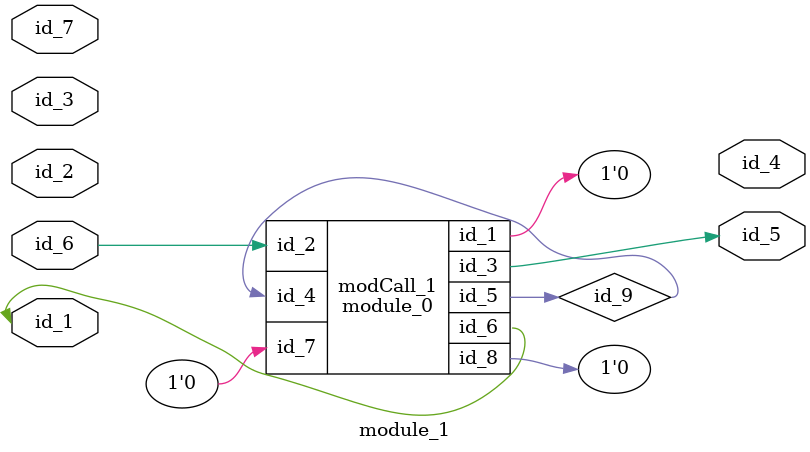
<source format=v>
module module_0 (
    id_1,
    id_2,
    id_3,
    id_4,
    id_5,
    id_6,
    id_7,
    id_8
);
  inout wire id_8;
  input wire id_7;
  output wire id_6;
  inout wire id_5;
  input wire id_4;
  output wire id_3;
  input wire id_2;
  inout wire id_1;
  always id_8 = 1;
  wire id_9, id_10;
endmodule
module module_1 (
    id_1,
    id_2,
    id_3,
    id_4,
    id_5,
    id_6,
    id_7
);
  inout wire id_7;
  input wire id_6;
  output wire id_5;
  output wire id_4;
  inout wire id_3;
  input wire id_2;
  inout wire id_1;
  wire id_8, id_9;
  parameter id_10 = 1'b0;
  module_0 modCall_1 (
      id_10,
      id_6,
      id_5,
      id_9,
      id_9,
      id_1,
      id_10,
      id_10
  );
endmodule

</source>
